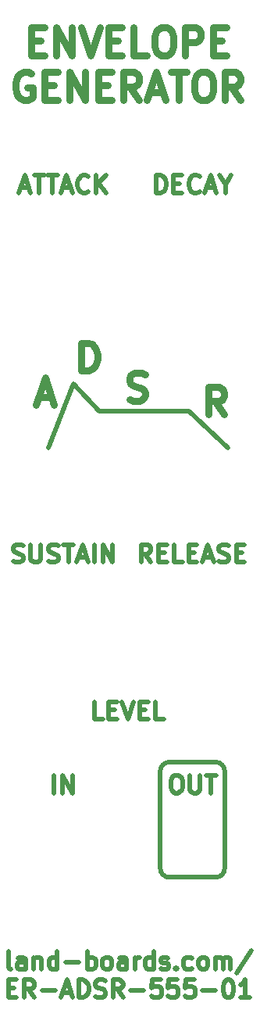
<source format=gto>
%TF.GenerationSoftware,KiCad,Pcbnew,(6.0.1)*%
%TF.CreationDate,2022-11-06T07:57:09-05:00*%
%TF.ProjectId,ER-ADSR-555-01_Panel,45522d41-4453-4522-9d35-35352d30315f,rev?*%
%TF.SameCoordinates,Original*%
%TF.FileFunction,Legend,Top*%
%TF.FilePolarity,Positive*%
%FSLAX46Y46*%
G04 Gerber Fmt 4.6, Leading zero omitted, Abs format (unit mm)*
G04 Created by KiCad (PCBNEW (6.0.1)) date 2022-11-06 07:57:09*
%MOMM*%
%LPD*%
G01*
G04 APERTURE LIST*
%ADD10C,0.476250*%
%ADD11C,0.500000*%
%ADD12C,0.750000*%
G04 APERTURE END LIST*
D10*
X48278571Y-80861785D02*
X47371428Y-80861785D01*
X47371428Y-78956785D01*
X48913571Y-79863928D02*
X49548571Y-79863928D01*
X49820714Y-80861785D02*
X48913571Y-80861785D01*
X48913571Y-78956785D01*
X49820714Y-78956785D01*
X50365000Y-78956785D02*
X51000000Y-80861785D01*
X51635000Y-78956785D01*
X52270000Y-79863928D02*
X52905000Y-79863928D01*
X53177142Y-80861785D02*
X52270000Y-80861785D01*
X52270000Y-78956785D01*
X53177142Y-78956785D01*
X54900714Y-80861785D02*
X53993571Y-80861785D01*
X53993571Y-78956785D01*
D11*
X57625000Y-47500000D02*
X61875000Y-51500000D01*
X60500000Y-98000000D02*
X55500000Y-98000000D01*
X61500000Y-86500000D02*
X61500000Y-97000000D01*
X55500000Y-85500000D02*
X60500000Y-85500000D01*
X54500000Y-97000000D02*
X54500000Y-86500000D01*
X45125000Y-44500000D02*
X47875000Y-47500000D01*
X61500000Y-86500000D02*
G75*
G03*
X60500000Y-85500000I-1000003J-3D01*
G01*
X60500000Y-98000000D02*
G75*
G03*
X61500000Y-97000000I-3J1000003D01*
G01*
X55500000Y-85500000D02*
G75*
G03*
X54500000Y-86500000I3J-1000003D01*
G01*
X42375000Y-51500000D02*
X45125000Y-44500000D01*
X54500000Y-97000000D02*
G75*
G03*
X55500000Y-98000000I1000003J3D01*
G01*
X47875000Y-47500000D02*
X57625000Y-47500000D01*
D12*
X61428571Y-47857142D02*
X60428571Y-46428571D01*
X59714285Y-47857142D02*
X59714285Y-44857142D01*
X60857142Y-44857142D01*
X61142857Y-45000000D01*
X61285714Y-45142857D01*
X61428571Y-45428571D01*
X61428571Y-45857142D01*
X61285714Y-46142857D01*
X61142857Y-46285714D01*
X60857142Y-46428571D01*
X59714285Y-46428571D01*
X45964285Y-43107142D02*
X45964285Y-40107142D01*
X46678571Y-40107142D01*
X47107142Y-40250000D01*
X47392857Y-40535714D01*
X47535714Y-40821428D01*
X47678571Y-41392857D01*
X47678571Y-41821428D01*
X47535714Y-42392857D01*
X47392857Y-42678571D01*
X47107142Y-42964285D01*
X46678571Y-43107142D01*
X45964285Y-43107142D01*
D10*
X56095011Y-86956787D02*
X56457868Y-86956787D01*
X56639296Y-87047502D01*
X56820725Y-87228930D01*
X56911439Y-87591787D01*
X56911439Y-88226787D01*
X56820725Y-88589644D01*
X56639296Y-88771073D01*
X56457868Y-88861787D01*
X56095011Y-88861787D01*
X55913582Y-88771073D01*
X55732153Y-88589644D01*
X55641439Y-88226787D01*
X55641439Y-87591787D01*
X55732153Y-87228930D01*
X55913582Y-87047502D01*
X56095011Y-86956787D01*
X57727868Y-86956787D02*
X57727868Y-88498930D01*
X57818582Y-88680359D01*
X57909296Y-88771073D01*
X58090725Y-88861787D01*
X58453582Y-88861787D01*
X58635011Y-88771073D01*
X58725725Y-88680359D01*
X58816439Y-88498930D01*
X58816439Y-86956787D01*
X59451439Y-86956787D02*
X60540011Y-86956787D01*
X59995725Y-88861787D02*
X59995725Y-86956787D01*
X43002130Y-88861787D02*
X43002130Y-86956787D01*
X43909273Y-88861787D02*
X43909273Y-86956787D01*
X44997845Y-88861787D01*
X44997845Y-86956787D01*
X54053939Y-23861785D02*
X54053939Y-21956785D01*
X54507511Y-21956785D01*
X54779653Y-22047500D01*
X54961082Y-22228928D01*
X55051796Y-22410357D01*
X55142511Y-22773214D01*
X55142511Y-23045357D01*
X55051796Y-23408214D01*
X54961082Y-23589642D01*
X54779653Y-23771071D01*
X54507511Y-23861785D01*
X54053939Y-23861785D01*
X55958939Y-22863928D02*
X56593939Y-22863928D01*
X56866082Y-23861785D02*
X55958939Y-23861785D01*
X55958939Y-21956785D01*
X56866082Y-21956785D01*
X58771082Y-23680357D02*
X58680368Y-23771071D01*
X58408225Y-23861785D01*
X58226796Y-23861785D01*
X57954653Y-23771071D01*
X57773225Y-23589642D01*
X57682511Y-23408214D01*
X57591796Y-23045357D01*
X57591796Y-22773214D01*
X57682511Y-22410357D01*
X57773225Y-22228928D01*
X57954653Y-22047500D01*
X58226796Y-21956785D01*
X58408225Y-21956785D01*
X58680368Y-22047500D01*
X58771082Y-22138214D01*
X59496796Y-23317500D02*
X60403939Y-23317500D01*
X59315368Y-23861785D02*
X59950368Y-21956785D01*
X60585368Y-23861785D01*
X61583225Y-22954642D02*
X61583225Y-23861785D01*
X60948225Y-21956785D02*
X61583225Y-22954642D01*
X62218225Y-21956785D01*
D12*
X41285714Y-46000000D02*
X42714285Y-46000000D01*
X41000000Y-46857142D02*
X42000000Y-43857142D01*
X43000000Y-46857142D01*
D10*
X39373559Y-23317500D02*
X40280702Y-23317500D01*
X39192130Y-23861785D02*
X39827130Y-21956785D01*
X40462130Y-23861785D01*
X40824988Y-21956785D02*
X41913559Y-21956785D01*
X41369273Y-23861785D02*
X41369273Y-21956785D01*
X42276416Y-21956785D02*
X43364988Y-21956785D01*
X42820702Y-23861785D02*
X42820702Y-21956785D01*
X43909273Y-23317500D02*
X44816416Y-23317500D01*
X43727845Y-23861785D02*
X44362845Y-21956785D01*
X44997845Y-23861785D01*
X46721416Y-23680357D02*
X46630702Y-23771071D01*
X46358559Y-23861785D01*
X46177130Y-23861785D01*
X45904988Y-23771071D01*
X45723559Y-23589642D01*
X45632845Y-23408214D01*
X45542130Y-23045357D01*
X45542130Y-22773214D01*
X45632845Y-22410357D01*
X45723559Y-22228928D01*
X45904988Y-22047500D01*
X46177130Y-21956785D01*
X46358559Y-21956785D01*
X46630702Y-22047500D01*
X46721416Y-22138214D01*
X47537845Y-23861785D02*
X47537845Y-21956785D01*
X48626416Y-23861785D02*
X47809988Y-22773214D01*
X48626416Y-21956785D02*
X47537845Y-23045357D01*
X38557142Y-63771071D02*
X38829285Y-63861785D01*
X39282857Y-63861785D01*
X39464285Y-63771071D01*
X39555000Y-63680357D01*
X39645714Y-63498928D01*
X39645714Y-63317500D01*
X39555000Y-63136071D01*
X39464285Y-63045357D01*
X39282857Y-62954642D01*
X38920000Y-62863928D01*
X38738571Y-62773214D01*
X38647857Y-62682500D01*
X38557142Y-62501071D01*
X38557142Y-62319642D01*
X38647857Y-62138214D01*
X38738571Y-62047500D01*
X38920000Y-61956785D01*
X39373571Y-61956785D01*
X39645714Y-62047500D01*
X40462142Y-61956785D02*
X40462142Y-63498928D01*
X40552857Y-63680357D01*
X40643571Y-63771071D01*
X40825000Y-63861785D01*
X41187857Y-63861785D01*
X41369285Y-63771071D01*
X41460000Y-63680357D01*
X41550714Y-63498928D01*
X41550714Y-61956785D01*
X42367142Y-63771071D02*
X42639285Y-63861785D01*
X43092857Y-63861785D01*
X43274285Y-63771071D01*
X43365000Y-63680357D01*
X43455714Y-63498928D01*
X43455714Y-63317500D01*
X43365000Y-63136071D01*
X43274285Y-63045357D01*
X43092857Y-62954642D01*
X42730000Y-62863928D01*
X42548571Y-62773214D01*
X42457857Y-62682500D01*
X42367142Y-62501071D01*
X42367142Y-62319642D01*
X42457857Y-62138214D01*
X42548571Y-62047500D01*
X42730000Y-61956785D01*
X43183571Y-61956785D01*
X43455714Y-62047500D01*
X44000000Y-61956785D02*
X45088571Y-61956785D01*
X44544285Y-63861785D02*
X44544285Y-61956785D01*
X45632857Y-63317500D02*
X46540000Y-63317500D01*
X45451428Y-63861785D02*
X46086428Y-61956785D01*
X46721428Y-63861785D01*
X47356428Y-63861785D02*
X47356428Y-61956785D01*
X48263571Y-63861785D02*
X48263571Y-61956785D01*
X49352142Y-63861785D01*
X49352142Y-61956785D01*
X38354641Y-107928271D02*
X38173213Y-107837557D01*
X38082498Y-107656128D01*
X38082498Y-106023271D01*
X39896784Y-107928271D02*
X39896784Y-106930414D01*
X39806070Y-106748986D01*
X39624641Y-106658271D01*
X39261784Y-106658271D01*
X39080356Y-106748986D01*
X39896784Y-107837557D02*
X39715356Y-107928271D01*
X39261784Y-107928271D01*
X39080356Y-107837557D01*
X38989641Y-107656128D01*
X38989641Y-107474700D01*
X39080356Y-107293271D01*
X39261784Y-107202557D01*
X39715356Y-107202557D01*
X39896784Y-107111843D01*
X40803927Y-106658271D02*
X40803927Y-107928271D01*
X40803927Y-106839700D02*
X40894641Y-106748986D01*
X41076070Y-106658271D01*
X41348213Y-106658271D01*
X41529641Y-106748986D01*
X41620356Y-106930414D01*
X41620356Y-107928271D01*
X43343927Y-107928271D02*
X43343927Y-106023271D01*
X43343927Y-107837557D02*
X43162498Y-107928271D01*
X42799641Y-107928271D01*
X42618213Y-107837557D01*
X42527498Y-107746843D01*
X42436784Y-107565414D01*
X42436784Y-107021128D01*
X42527498Y-106839700D01*
X42618213Y-106748986D01*
X42799641Y-106658271D01*
X43162498Y-106658271D01*
X43343927Y-106748986D01*
X44251070Y-107202557D02*
X45702498Y-107202557D01*
X46609641Y-107928271D02*
X46609641Y-106023271D01*
X46609641Y-106748986D02*
X46791070Y-106658271D01*
X47153927Y-106658271D01*
X47335356Y-106748986D01*
X47426070Y-106839700D01*
X47516784Y-107021128D01*
X47516784Y-107565414D01*
X47426070Y-107746843D01*
X47335356Y-107837557D01*
X47153927Y-107928271D01*
X46791070Y-107928271D01*
X46609641Y-107837557D01*
X48605356Y-107928271D02*
X48423927Y-107837557D01*
X48333213Y-107746843D01*
X48242499Y-107565414D01*
X48242499Y-107021128D01*
X48333213Y-106839700D01*
X48423927Y-106748986D01*
X48605356Y-106658271D01*
X48877499Y-106658271D01*
X49058927Y-106748986D01*
X49149641Y-106839700D01*
X49240356Y-107021128D01*
X49240356Y-107565414D01*
X49149641Y-107746843D01*
X49058927Y-107837557D01*
X48877499Y-107928271D01*
X48605356Y-107928271D01*
X50873213Y-107928271D02*
X50873213Y-106930414D01*
X50782499Y-106748986D01*
X50601070Y-106658271D01*
X50238213Y-106658271D01*
X50056784Y-106748986D01*
X50873213Y-107837557D02*
X50691784Y-107928271D01*
X50238213Y-107928271D01*
X50056784Y-107837557D01*
X49966070Y-107656128D01*
X49966070Y-107474700D01*
X50056784Y-107293271D01*
X50238213Y-107202557D01*
X50691784Y-107202557D01*
X50873213Y-107111843D01*
X51780356Y-107928271D02*
X51780356Y-106658271D01*
X51780356Y-107021128D02*
X51871070Y-106839700D01*
X51961784Y-106748986D01*
X52143213Y-106658271D01*
X52324641Y-106658271D01*
X53776070Y-107928271D02*
X53776070Y-106023271D01*
X53776070Y-107837557D02*
X53594641Y-107928271D01*
X53231784Y-107928271D01*
X53050356Y-107837557D01*
X52959641Y-107746843D01*
X52868927Y-107565414D01*
X52868927Y-107021128D01*
X52959641Y-106839700D01*
X53050356Y-106748986D01*
X53231784Y-106658271D01*
X53594641Y-106658271D01*
X53776070Y-106748986D01*
X54592499Y-107837557D02*
X54773927Y-107928271D01*
X55136784Y-107928271D01*
X55318213Y-107837557D01*
X55408927Y-107656128D01*
X55408927Y-107565414D01*
X55318213Y-107383986D01*
X55136784Y-107293271D01*
X54864641Y-107293271D01*
X54683213Y-107202557D01*
X54592499Y-107021128D01*
X54592499Y-106930414D01*
X54683213Y-106748986D01*
X54864641Y-106658271D01*
X55136784Y-106658271D01*
X55318213Y-106748986D01*
X56225356Y-107746843D02*
X56316070Y-107837557D01*
X56225356Y-107928271D01*
X56134641Y-107837557D01*
X56225356Y-107746843D01*
X56225356Y-107928271D01*
X57948927Y-107837557D02*
X57767499Y-107928271D01*
X57404641Y-107928271D01*
X57223213Y-107837557D01*
X57132499Y-107746843D01*
X57041784Y-107565414D01*
X57041784Y-107021128D01*
X57132499Y-106839700D01*
X57223213Y-106748986D01*
X57404641Y-106658271D01*
X57767499Y-106658271D01*
X57948927Y-106748986D01*
X59037499Y-107928271D02*
X58856070Y-107837557D01*
X58765356Y-107746843D01*
X58674641Y-107565414D01*
X58674641Y-107021128D01*
X58765356Y-106839700D01*
X58856070Y-106748986D01*
X59037499Y-106658271D01*
X59309641Y-106658271D01*
X59491070Y-106748986D01*
X59581784Y-106839700D01*
X59672499Y-107021128D01*
X59672499Y-107565414D01*
X59581784Y-107746843D01*
X59491070Y-107837557D01*
X59309641Y-107928271D01*
X59037499Y-107928271D01*
X60488927Y-107928271D02*
X60488927Y-106658271D01*
X60488927Y-106839700D02*
X60579641Y-106748986D01*
X60761070Y-106658271D01*
X61033213Y-106658271D01*
X61214641Y-106748986D01*
X61305356Y-106930414D01*
X61305356Y-107928271D01*
X61305356Y-106930414D02*
X61396070Y-106748986D01*
X61577499Y-106658271D01*
X61849641Y-106658271D01*
X62031070Y-106748986D01*
X62121784Y-106930414D01*
X62121784Y-107928271D01*
X64389641Y-105932557D02*
X62756784Y-108381843D01*
X38037141Y-109997464D02*
X38672141Y-109997464D01*
X38944284Y-110995321D02*
X38037141Y-110995321D01*
X38037141Y-109090321D01*
X38944284Y-109090321D01*
X40849284Y-110995321D02*
X40214284Y-110088178D01*
X39760713Y-110995321D02*
X39760713Y-109090321D01*
X40486427Y-109090321D01*
X40667856Y-109181036D01*
X40758570Y-109271750D01*
X40849284Y-109453178D01*
X40849284Y-109725321D01*
X40758570Y-109906750D01*
X40667856Y-109997464D01*
X40486427Y-110088178D01*
X39760713Y-110088178D01*
X41665713Y-110269607D02*
X43117141Y-110269607D01*
X43933570Y-110451036D02*
X44840713Y-110451036D01*
X43752141Y-110995321D02*
X44387141Y-109090321D01*
X45022141Y-110995321D01*
X45657141Y-110995321D02*
X45657141Y-109090321D01*
X46110713Y-109090321D01*
X46382856Y-109181036D01*
X46564284Y-109362464D01*
X46654999Y-109543893D01*
X46745713Y-109906750D01*
X46745713Y-110178893D01*
X46654999Y-110541750D01*
X46564284Y-110723178D01*
X46382856Y-110904607D01*
X46110713Y-110995321D01*
X45657141Y-110995321D01*
X47471427Y-110904607D02*
X47743570Y-110995321D01*
X48197141Y-110995321D01*
X48378570Y-110904607D01*
X48469284Y-110813893D01*
X48559999Y-110632464D01*
X48559999Y-110451036D01*
X48469284Y-110269607D01*
X48378570Y-110178893D01*
X48197141Y-110088178D01*
X47834284Y-109997464D01*
X47652856Y-109906750D01*
X47562141Y-109816036D01*
X47471427Y-109634607D01*
X47471427Y-109453178D01*
X47562141Y-109271750D01*
X47652856Y-109181036D01*
X47834284Y-109090321D01*
X48287856Y-109090321D01*
X48559999Y-109181036D01*
X50464999Y-110995321D02*
X49829999Y-110088178D01*
X49376427Y-110995321D02*
X49376427Y-109090321D01*
X50102141Y-109090321D01*
X50283570Y-109181036D01*
X50374284Y-109271750D01*
X50464999Y-109453178D01*
X50464999Y-109725321D01*
X50374284Y-109906750D01*
X50283570Y-109997464D01*
X50102141Y-110088178D01*
X49376427Y-110088178D01*
X51281427Y-110269607D02*
X52732856Y-110269607D01*
X54547141Y-109090321D02*
X53639999Y-109090321D01*
X53549284Y-109997464D01*
X53639999Y-109906750D01*
X53821427Y-109816036D01*
X54274999Y-109816036D01*
X54456427Y-109906750D01*
X54547141Y-109997464D01*
X54637856Y-110178893D01*
X54637856Y-110632464D01*
X54547141Y-110813893D01*
X54456427Y-110904607D01*
X54274999Y-110995321D01*
X53821427Y-110995321D01*
X53639999Y-110904607D01*
X53549284Y-110813893D01*
X56361427Y-109090321D02*
X55454284Y-109090321D01*
X55363570Y-109997464D01*
X55454284Y-109906750D01*
X55635713Y-109816036D01*
X56089284Y-109816036D01*
X56270713Y-109906750D01*
X56361427Y-109997464D01*
X56452141Y-110178893D01*
X56452141Y-110632464D01*
X56361427Y-110813893D01*
X56270713Y-110904607D01*
X56089284Y-110995321D01*
X55635713Y-110995321D01*
X55454284Y-110904607D01*
X55363570Y-110813893D01*
X58175713Y-109090321D02*
X57268570Y-109090321D01*
X57177856Y-109997464D01*
X57268570Y-109906750D01*
X57449999Y-109816036D01*
X57903570Y-109816036D01*
X58084999Y-109906750D01*
X58175713Y-109997464D01*
X58266427Y-110178893D01*
X58266427Y-110632464D01*
X58175713Y-110813893D01*
X58084999Y-110904607D01*
X57903570Y-110995321D01*
X57449999Y-110995321D01*
X57268570Y-110904607D01*
X57177856Y-110813893D01*
X59082856Y-110269607D02*
X60534284Y-110269607D01*
X61804284Y-109090321D02*
X61985713Y-109090321D01*
X62167141Y-109181036D01*
X62257856Y-109271750D01*
X62348570Y-109453178D01*
X62439284Y-109816036D01*
X62439284Y-110269607D01*
X62348570Y-110632464D01*
X62257856Y-110813893D01*
X62167141Y-110904607D01*
X61985713Y-110995321D01*
X61804284Y-110995321D01*
X61622856Y-110904607D01*
X61532141Y-110813893D01*
X61441427Y-110632464D01*
X61350713Y-110269607D01*
X61350713Y-109816036D01*
X61441427Y-109453178D01*
X61532141Y-109271750D01*
X61622856Y-109181036D01*
X61804284Y-109090321D01*
X64253570Y-110995321D02*
X63164999Y-110995321D01*
X63709284Y-110995321D02*
X63709284Y-109090321D01*
X63527856Y-109362464D01*
X63346427Y-109543893D01*
X63164999Y-109634607D01*
D12*
X51142857Y-46214285D02*
X51571428Y-46357142D01*
X52285714Y-46357142D01*
X52571428Y-46214285D01*
X52714285Y-46071428D01*
X52857142Y-45785714D01*
X52857142Y-45500000D01*
X52714285Y-45214285D01*
X52571428Y-45071428D01*
X52285714Y-44928571D01*
X51714285Y-44785714D01*
X51428571Y-44642857D01*
X51285714Y-44500000D01*
X51142857Y-44214285D01*
X51142857Y-43928571D01*
X51285714Y-43642857D01*
X51428571Y-43500000D01*
X51714285Y-43357142D01*
X52428571Y-43357142D01*
X52857142Y-43500000D01*
D10*
X53509665Y-63861785D02*
X52874665Y-62954642D01*
X52421094Y-63861785D02*
X52421094Y-61956785D01*
X53146808Y-61956785D01*
X53328237Y-62047500D01*
X53418951Y-62138214D01*
X53509665Y-62319642D01*
X53509665Y-62591785D01*
X53418951Y-62773214D01*
X53328237Y-62863928D01*
X53146808Y-62954642D01*
X52421094Y-62954642D01*
X54326094Y-62863928D02*
X54961094Y-62863928D01*
X55233237Y-63861785D02*
X54326094Y-63861785D01*
X54326094Y-61956785D01*
X55233237Y-61956785D01*
X56956808Y-63861785D02*
X56049665Y-63861785D01*
X56049665Y-61956785D01*
X57591808Y-62863928D02*
X58226808Y-62863928D01*
X58498951Y-63861785D02*
X57591808Y-63861785D01*
X57591808Y-61956785D01*
X58498951Y-61956785D01*
X59224665Y-63317500D02*
X60131808Y-63317500D01*
X59043237Y-63861785D02*
X59678237Y-61956785D01*
X60313237Y-63861785D01*
X60857523Y-63771071D02*
X61129665Y-63861785D01*
X61583237Y-63861785D01*
X61764665Y-63771071D01*
X61855380Y-63680357D01*
X61946094Y-63498928D01*
X61946094Y-63317500D01*
X61855380Y-63136071D01*
X61764665Y-63045357D01*
X61583237Y-62954642D01*
X61220380Y-62863928D01*
X61038951Y-62773214D01*
X60948237Y-62682500D01*
X60857523Y-62501071D01*
X60857523Y-62319642D01*
X60948237Y-62138214D01*
X61038951Y-62047500D01*
X61220380Y-61956785D01*
X61673951Y-61956785D01*
X61946094Y-62047500D01*
X62762523Y-62863928D02*
X63397523Y-62863928D01*
X63669665Y-63861785D02*
X62762523Y-63861785D01*
X62762523Y-61956785D01*
X63669665Y-61956785D01*
D12*
X40500000Y-7370714D02*
X41500000Y-7370714D01*
X41928571Y-8942142D02*
X40500000Y-8942142D01*
X40500000Y-5942142D01*
X41928571Y-5942142D01*
X43214285Y-8942142D02*
X43214285Y-5942142D01*
X44928571Y-8942142D01*
X44928571Y-5942142D01*
X45928571Y-5942142D02*
X46928571Y-8942142D01*
X47928571Y-5942142D01*
X48928571Y-7370714D02*
X49928571Y-7370714D01*
X50357142Y-8942142D02*
X48928571Y-8942142D01*
X48928571Y-5942142D01*
X50357142Y-5942142D01*
X53071428Y-8942142D02*
X51642857Y-8942142D01*
X51642857Y-5942142D01*
X54642857Y-5942142D02*
X55214285Y-5942142D01*
X55500000Y-6085000D01*
X55785714Y-6370714D01*
X55928571Y-6942142D01*
X55928571Y-7942142D01*
X55785714Y-8513571D01*
X55500000Y-8799285D01*
X55214285Y-8942142D01*
X54642857Y-8942142D01*
X54357142Y-8799285D01*
X54071428Y-8513571D01*
X53928571Y-7942142D01*
X53928571Y-6942142D01*
X54071428Y-6370714D01*
X54357142Y-6085000D01*
X54642857Y-5942142D01*
X57214285Y-8942142D02*
X57214285Y-5942142D01*
X58357142Y-5942142D01*
X58642857Y-6085000D01*
X58785714Y-6227857D01*
X58928571Y-6513571D01*
X58928571Y-6942142D01*
X58785714Y-7227857D01*
X58642857Y-7370714D01*
X58357142Y-7513571D01*
X57214285Y-7513571D01*
X60214285Y-7370714D02*
X61214285Y-7370714D01*
X61642857Y-8942142D02*
X60214285Y-8942142D01*
X60214285Y-5942142D01*
X61642857Y-5942142D01*
X40500000Y-10915000D02*
X40214285Y-10772142D01*
X39785714Y-10772142D01*
X39357142Y-10915000D01*
X39071428Y-11200714D01*
X38928571Y-11486428D01*
X38785714Y-12057857D01*
X38785714Y-12486428D01*
X38928571Y-13057857D01*
X39071428Y-13343571D01*
X39357142Y-13629285D01*
X39785714Y-13772142D01*
X40071428Y-13772142D01*
X40500000Y-13629285D01*
X40642857Y-13486428D01*
X40642857Y-12486428D01*
X40071428Y-12486428D01*
X41928571Y-12200714D02*
X42928571Y-12200714D01*
X43357142Y-13772142D02*
X41928571Y-13772142D01*
X41928571Y-10772142D01*
X43357142Y-10772142D01*
X44642857Y-13772142D02*
X44642857Y-10772142D01*
X46357142Y-13772142D01*
X46357142Y-10772142D01*
X47785714Y-12200714D02*
X48785714Y-12200714D01*
X49214285Y-13772142D02*
X47785714Y-13772142D01*
X47785714Y-10772142D01*
X49214285Y-10772142D01*
X52214285Y-13772142D02*
X51214285Y-12343571D01*
X50500000Y-13772142D02*
X50500000Y-10772142D01*
X51642857Y-10772142D01*
X51928571Y-10915000D01*
X52071428Y-11057857D01*
X52214285Y-11343571D01*
X52214285Y-11772142D01*
X52071428Y-12057857D01*
X51928571Y-12200714D01*
X51642857Y-12343571D01*
X50500000Y-12343571D01*
X53357142Y-12915000D02*
X54785714Y-12915000D01*
X53071428Y-13772142D02*
X54071428Y-10772142D01*
X55071428Y-13772142D01*
X55642857Y-10772142D02*
X57357142Y-10772142D01*
X56500000Y-13772142D02*
X56500000Y-10772142D01*
X58928571Y-10772142D02*
X59500000Y-10772142D01*
X59785714Y-10915000D01*
X60071428Y-11200714D01*
X60214285Y-11772142D01*
X60214285Y-12772142D01*
X60071428Y-13343571D01*
X59785714Y-13629285D01*
X59500000Y-13772142D01*
X58928571Y-13772142D01*
X58642857Y-13629285D01*
X58357142Y-13343571D01*
X58214285Y-12772142D01*
X58214285Y-11772142D01*
X58357142Y-11200714D01*
X58642857Y-10915000D01*
X58928571Y-10772142D01*
X63214285Y-13772142D02*
X62214285Y-12343571D01*
X61500000Y-13772142D02*
X61500000Y-10772142D01*
X62642857Y-10772142D01*
X62928571Y-10915000D01*
X63071428Y-11057857D01*
X63214285Y-11343571D01*
X63214285Y-11772142D01*
X63071428Y-12057857D01*
X62928571Y-12200714D01*
X62642857Y-12343571D01*
X61500000Y-12343571D01*
M02*

</source>
